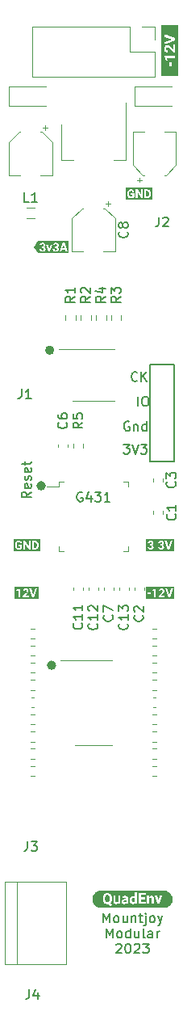
<source format=gbr>
%TF.GenerationSoftware,KiCad,Pcbnew,(6.0.11)*%
%TF.CreationDate,2023-03-30T15:00:59+01:00*%
%TF.ProjectId,QuadEnv_Components,51756164-456e-4765-9f43-6f6d706f6e65,rev?*%
%TF.SameCoordinates,Original*%
%TF.FileFunction,Legend,Top*%
%TF.FilePolarity,Positive*%
%FSLAX46Y46*%
G04 Gerber Fmt 4.6, Leading zero omitted, Abs format (unit mm)*
G04 Created by KiCad (PCBNEW (6.0.11)) date 2023-03-30 15:00:59*
%MOMM*%
%LPD*%
G01*
G04 APERTURE LIST*
%ADD10C,0.475000*%
%ADD11C,0.150000*%
%ADD12C,0.120000*%
G04 APERTURE END LIST*
D10*
X55037500Y-85200000D02*
G75*
G03*
X55037500Y-85200000I-237500J0D01*
G01*
X55237500Y-118200000D02*
G75*
G03*
X55237500Y-118200000I-237500J0D01*
G01*
X54137500Y-99400000D02*
G75*
G03*
X54137500Y-99400000I-237500J0D01*
G01*
D11*
X58233333Y-100100000D02*
X58138095Y-100052380D01*
X57995238Y-100052380D01*
X57852380Y-100100000D01*
X57757142Y-100195238D01*
X57709523Y-100290476D01*
X57661904Y-100480952D01*
X57661904Y-100623809D01*
X57709523Y-100814285D01*
X57757142Y-100909523D01*
X57852380Y-101004761D01*
X57995238Y-101052380D01*
X58090476Y-101052380D01*
X58233333Y-101004761D01*
X58280952Y-100957142D01*
X58280952Y-100623809D01*
X58090476Y-100623809D01*
X59138095Y-100385714D02*
X59138095Y-101052380D01*
X58900000Y-100004761D02*
X58661904Y-100719047D01*
X59280952Y-100719047D01*
X59566666Y-100052380D02*
X60185714Y-100052380D01*
X59852380Y-100433333D01*
X59995238Y-100433333D01*
X60090476Y-100480952D01*
X60138095Y-100528571D01*
X60185714Y-100623809D01*
X60185714Y-100861904D01*
X60138095Y-100957142D01*
X60090476Y-101004761D01*
X59995238Y-101052380D01*
X59709523Y-101052380D01*
X59614285Y-101004761D01*
X59566666Y-100957142D01*
X61138095Y-101052380D02*
X60566666Y-101052380D01*
X60852380Y-101052380D02*
X60852380Y-100052380D01*
X60757142Y-100195238D01*
X60661904Y-100290476D01*
X60566666Y-100338095D01*
X52666666Y-152152380D02*
X52666666Y-152866666D01*
X52619047Y-153009523D01*
X52523809Y-153104761D01*
X52380952Y-153152380D01*
X52285714Y-153152380D01*
X53571428Y-152485714D02*
X53571428Y-153152380D01*
X53333333Y-152104761D02*
X53095238Y-152819047D01*
X53714285Y-152819047D01*
X60452380Y-145142380D02*
X60452380Y-144142380D01*
X60785714Y-144856666D01*
X61119047Y-144142380D01*
X61119047Y-145142380D01*
X61738095Y-145142380D02*
X61642857Y-145094761D01*
X61595238Y-145047142D01*
X61547619Y-144951904D01*
X61547619Y-144666190D01*
X61595238Y-144570952D01*
X61642857Y-144523333D01*
X61738095Y-144475714D01*
X61880952Y-144475714D01*
X61976190Y-144523333D01*
X62023809Y-144570952D01*
X62071428Y-144666190D01*
X62071428Y-144951904D01*
X62023809Y-145047142D01*
X61976190Y-145094761D01*
X61880952Y-145142380D01*
X61738095Y-145142380D01*
X62928571Y-144475714D02*
X62928571Y-145142380D01*
X62500000Y-144475714D02*
X62500000Y-144999523D01*
X62547619Y-145094761D01*
X62642857Y-145142380D01*
X62785714Y-145142380D01*
X62880952Y-145094761D01*
X62928571Y-145047142D01*
X63404761Y-144475714D02*
X63404761Y-145142380D01*
X63404761Y-144570952D02*
X63452380Y-144523333D01*
X63547619Y-144475714D01*
X63690476Y-144475714D01*
X63785714Y-144523333D01*
X63833333Y-144618571D01*
X63833333Y-145142380D01*
X64166666Y-144475714D02*
X64547619Y-144475714D01*
X64309523Y-144142380D02*
X64309523Y-144999523D01*
X64357142Y-145094761D01*
X64452380Y-145142380D01*
X64547619Y-145142380D01*
X64880952Y-144475714D02*
X64880952Y-145332857D01*
X64833333Y-145428095D01*
X64738095Y-145475714D01*
X64690476Y-145475714D01*
X64880952Y-144142380D02*
X64833333Y-144190000D01*
X64880952Y-144237619D01*
X64928571Y-144190000D01*
X64880952Y-144142380D01*
X64880952Y-144237619D01*
X65500000Y-145142380D02*
X65404761Y-145094761D01*
X65357142Y-145047142D01*
X65309523Y-144951904D01*
X65309523Y-144666190D01*
X65357142Y-144570952D01*
X65404761Y-144523333D01*
X65500000Y-144475714D01*
X65642857Y-144475714D01*
X65738095Y-144523333D01*
X65785714Y-144570952D01*
X65833333Y-144666190D01*
X65833333Y-144951904D01*
X65785714Y-145047142D01*
X65738095Y-145094761D01*
X65642857Y-145142380D01*
X65500000Y-145142380D01*
X66166666Y-144475714D02*
X66404761Y-145142380D01*
X66642857Y-144475714D02*
X66404761Y-145142380D01*
X66309523Y-145380476D01*
X66261904Y-145428095D01*
X66166666Y-145475714D01*
X60785714Y-146752380D02*
X60785714Y-145752380D01*
X61119047Y-146466666D01*
X61452380Y-145752380D01*
X61452380Y-146752380D01*
X62071428Y-146752380D02*
X61976190Y-146704761D01*
X61928571Y-146657142D01*
X61880952Y-146561904D01*
X61880952Y-146276190D01*
X61928571Y-146180952D01*
X61976190Y-146133333D01*
X62071428Y-146085714D01*
X62214285Y-146085714D01*
X62309523Y-146133333D01*
X62357142Y-146180952D01*
X62404761Y-146276190D01*
X62404761Y-146561904D01*
X62357142Y-146657142D01*
X62309523Y-146704761D01*
X62214285Y-146752380D01*
X62071428Y-146752380D01*
X63261904Y-146752380D02*
X63261904Y-145752380D01*
X63261904Y-146704761D02*
X63166666Y-146752380D01*
X62976190Y-146752380D01*
X62880952Y-146704761D01*
X62833333Y-146657142D01*
X62785714Y-146561904D01*
X62785714Y-146276190D01*
X62833333Y-146180952D01*
X62880952Y-146133333D01*
X62976190Y-146085714D01*
X63166666Y-146085714D01*
X63261904Y-146133333D01*
X64166666Y-146085714D02*
X64166666Y-146752380D01*
X63738095Y-146085714D02*
X63738095Y-146609523D01*
X63785714Y-146704761D01*
X63880952Y-146752380D01*
X64023809Y-146752380D01*
X64119047Y-146704761D01*
X64166666Y-146657142D01*
X64785714Y-146752380D02*
X64690476Y-146704761D01*
X64642857Y-146609523D01*
X64642857Y-145752380D01*
X65595238Y-146752380D02*
X65595238Y-146228571D01*
X65547619Y-146133333D01*
X65452380Y-146085714D01*
X65261904Y-146085714D01*
X65166666Y-146133333D01*
X65595238Y-146704761D02*
X65500000Y-146752380D01*
X65261904Y-146752380D01*
X65166666Y-146704761D01*
X65119047Y-146609523D01*
X65119047Y-146514285D01*
X65166666Y-146419047D01*
X65261904Y-146371428D01*
X65500000Y-146371428D01*
X65595238Y-146323809D01*
X66071428Y-146752380D02*
X66071428Y-146085714D01*
X66071428Y-146276190D02*
X66119047Y-146180952D01*
X66166666Y-146133333D01*
X66261904Y-146085714D01*
X66357142Y-146085714D01*
X61785714Y-147457619D02*
X61833333Y-147410000D01*
X61928571Y-147362380D01*
X62166666Y-147362380D01*
X62261904Y-147410000D01*
X62309523Y-147457619D01*
X62357142Y-147552857D01*
X62357142Y-147648095D01*
X62309523Y-147790952D01*
X61738095Y-148362380D01*
X62357142Y-148362380D01*
X62976190Y-147362380D02*
X63071428Y-147362380D01*
X63166666Y-147410000D01*
X63214285Y-147457619D01*
X63261904Y-147552857D01*
X63309523Y-147743333D01*
X63309523Y-147981428D01*
X63261904Y-148171904D01*
X63214285Y-148267142D01*
X63166666Y-148314761D01*
X63071428Y-148362380D01*
X62976190Y-148362380D01*
X62880952Y-148314761D01*
X62833333Y-148267142D01*
X62785714Y-148171904D01*
X62738095Y-147981428D01*
X62738095Y-147743333D01*
X62785714Y-147552857D01*
X62833333Y-147457619D01*
X62880952Y-147410000D01*
X62976190Y-147362380D01*
X63690476Y-147457619D02*
X63738095Y-147410000D01*
X63833333Y-147362380D01*
X64071428Y-147362380D01*
X64166666Y-147410000D01*
X64214285Y-147457619D01*
X64261904Y-147552857D01*
X64261904Y-147648095D01*
X64214285Y-147790952D01*
X63642857Y-148362380D01*
X64261904Y-148362380D01*
X64595238Y-147362380D02*
X65214285Y-147362380D01*
X64880952Y-147743333D01*
X65023809Y-147743333D01*
X65119047Y-147790952D01*
X65166666Y-147838571D01*
X65214285Y-147933809D01*
X65214285Y-148171904D01*
X65166666Y-148267142D01*
X65119047Y-148314761D01*
X65023809Y-148362380D01*
X64738095Y-148362380D01*
X64642857Y-148314761D01*
X64595238Y-148267142D01*
X51866666Y-89252380D02*
X51866666Y-89966666D01*
X51819047Y-90109523D01*
X51723809Y-90204761D01*
X51580952Y-90252380D01*
X51485714Y-90252380D01*
X52866666Y-90252380D02*
X52295238Y-90252380D01*
X52580952Y-90252380D02*
X52580952Y-89252380D01*
X52485714Y-89395238D01*
X52390476Y-89490476D01*
X52295238Y-89538095D01*
X52466666Y-136652380D02*
X52466666Y-137366666D01*
X52419047Y-137509523D01*
X52323809Y-137604761D01*
X52180952Y-137652380D01*
X52085714Y-137652380D01*
X52847619Y-136652380D02*
X53466666Y-136652380D01*
X53133333Y-137033333D01*
X53276190Y-137033333D01*
X53371428Y-137080952D01*
X53419047Y-137128571D01*
X53466666Y-137223809D01*
X53466666Y-137461904D01*
X53419047Y-137557142D01*
X53371428Y-137604761D01*
X53276190Y-137652380D01*
X52990476Y-137652380D01*
X52895238Y-137604761D01*
X52847619Y-137557142D01*
X66266666Y-71252380D02*
X66266666Y-71966666D01*
X66219047Y-72109523D01*
X66123809Y-72204761D01*
X65980952Y-72252380D01*
X65885714Y-72252380D01*
X66695238Y-71347619D02*
X66742857Y-71300000D01*
X66838095Y-71252380D01*
X67076190Y-71252380D01*
X67171428Y-71300000D01*
X67219047Y-71347619D01*
X67266666Y-71442857D01*
X67266666Y-71538095D01*
X67219047Y-71680952D01*
X66647619Y-72252380D01*
X67266666Y-72252380D01*
%TO.C,TP6*%
X52852380Y-100038095D02*
X52376190Y-100371428D01*
X52852380Y-100609523D02*
X51852380Y-100609523D01*
X51852380Y-100228571D01*
X51900000Y-100133333D01*
X51947619Y-100085714D01*
X52042857Y-100038095D01*
X52185714Y-100038095D01*
X52280952Y-100085714D01*
X52328571Y-100133333D01*
X52376190Y-100228571D01*
X52376190Y-100609523D01*
X52804761Y-99228571D02*
X52852380Y-99323809D01*
X52852380Y-99514285D01*
X52804761Y-99609523D01*
X52709523Y-99657142D01*
X52328571Y-99657142D01*
X52233333Y-99609523D01*
X52185714Y-99514285D01*
X52185714Y-99323809D01*
X52233333Y-99228571D01*
X52328571Y-99180952D01*
X52423809Y-99180952D01*
X52519047Y-99657142D01*
X52804761Y-98800000D02*
X52852380Y-98704761D01*
X52852380Y-98514285D01*
X52804761Y-98419047D01*
X52709523Y-98371428D01*
X52661904Y-98371428D01*
X52566666Y-98419047D01*
X52519047Y-98514285D01*
X52519047Y-98657142D01*
X52471428Y-98752380D01*
X52376190Y-98800000D01*
X52328571Y-98800000D01*
X52233333Y-98752380D01*
X52185714Y-98657142D01*
X52185714Y-98514285D01*
X52233333Y-98419047D01*
X52804761Y-97561904D02*
X52852380Y-97657142D01*
X52852380Y-97847619D01*
X52804761Y-97942857D01*
X52709523Y-97990476D01*
X52328571Y-97990476D01*
X52233333Y-97942857D01*
X52185714Y-97847619D01*
X52185714Y-97657142D01*
X52233333Y-97561904D01*
X52328571Y-97514285D01*
X52423809Y-97514285D01*
X52519047Y-97990476D01*
X52185714Y-97228571D02*
X52185714Y-96847619D01*
X51852380Y-97085714D02*
X52709523Y-97085714D01*
X52804761Y-97038095D01*
X52852380Y-96942857D01*
X52852380Y-96847619D01*
%TO.C,R3*%
X62252380Y-79566666D02*
X61776190Y-79900000D01*
X62252380Y-80138095D02*
X61252380Y-80138095D01*
X61252380Y-79757142D01*
X61300000Y-79661904D01*
X61347619Y-79614285D01*
X61442857Y-79566666D01*
X61585714Y-79566666D01*
X61680952Y-79614285D01*
X61728571Y-79661904D01*
X61776190Y-79757142D01*
X61776190Y-80138095D01*
X61252380Y-79233333D02*
X61252380Y-78614285D01*
X61633333Y-78947619D01*
X61633333Y-78804761D01*
X61680952Y-78709523D01*
X61728571Y-78661904D01*
X61823809Y-78614285D01*
X62061904Y-78614285D01*
X62157142Y-78661904D01*
X62204761Y-78709523D01*
X62252380Y-78804761D01*
X62252380Y-79090476D01*
X62204761Y-79185714D01*
X62157142Y-79233333D01*
%TO.C,C11*%
X58157142Y-113792857D02*
X58204761Y-113840476D01*
X58252380Y-113983333D01*
X58252380Y-114078571D01*
X58204761Y-114221428D01*
X58109523Y-114316666D01*
X58014285Y-114364285D01*
X57823809Y-114411904D01*
X57680952Y-114411904D01*
X57490476Y-114364285D01*
X57395238Y-114316666D01*
X57300000Y-114221428D01*
X57252380Y-114078571D01*
X57252380Y-113983333D01*
X57300000Y-113840476D01*
X57347619Y-113792857D01*
X58252380Y-112840476D02*
X58252380Y-113411904D01*
X58252380Y-113126190D02*
X57252380Y-113126190D01*
X57395238Y-113221428D01*
X57490476Y-113316666D01*
X57538095Y-113411904D01*
X58252380Y-111888095D02*
X58252380Y-112459523D01*
X58252380Y-112173809D02*
X57252380Y-112173809D01*
X57395238Y-112269047D01*
X57490476Y-112364285D01*
X57538095Y-112459523D01*
%TO.C,C7*%
X61357142Y-112966666D02*
X61404761Y-113014285D01*
X61452380Y-113157142D01*
X61452380Y-113252380D01*
X61404761Y-113395238D01*
X61309523Y-113490476D01*
X61214285Y-113538095D01*
X61023809Y-113585714D01*
X60880952Y-113585714D01*
X60690476Y-113538095D01*
X60595238Y-113490476D01*
X60500000Y-113395238D01*
X60452380Y-113252380D01*
X60452380Y-113157142D01*
X60500000Y-113014285D01*
X60547619Y-112966666D01*
X60452380Y-112633333D02*
X60452380Y-111966666D01*
X61452380Y-112395238D01*
%TO.C,R4*%
X60652380Y-79566666D02*
X60176190Y-79900000D01*
X60652380Y-80138095D02*
X59652380Y-80138095D01*
X59652380Y-79757142D01*
X59700000Y-79661904D01*
X59747619Y-79614285D01*
X59842857Y-79566666D01*
X59985714Y-79566666D01*
X60080952Y-79614285D01*
X60128571Y-79661904D01*
X60176190Y-79757142D01*
X60176190Y-80138095D01*
X59985714Y-78709523D02*
X60652380Y-78709523D01*
X59604761Y-78947619D02*
X60319047Y-79185714D01*
X60319047Y-78566666D01*
%TO.C,L1*%
X52633333Y-69652380D02*
X52157142Y-69652380D01*
X52157142Y-68652380D01*
X53490476Y-69652380D02*
X52919047Y-69652380D01*
X53204761Y-69652380D02*
X53204761Y-68652380D01*
X53109523Y-68795238D01*
X53014285Y-68890476D01*
X52919047Y-68938095D01*
%TO.C,C8*%
X62957142Y-72766666D02*
X63004761Y-72814285D01*
X63052380Y-72957142D01*
X63052380Y-73052380D01*
X63004761Y-73195238D01*
X62909523Y-73290476D01*
X62814285Y-73338095D01*
X62623809Y-73385714D01*
X62480952Y-73385714D01*
X62290476Y-73338095D01*
X62195238Y-73290476D01*
X62100000Y-73195238D01*
X62052380Y-73052380D01*
X62052380Y-72957142D01*
X62100000Y-72814285D01*
X62147619Y-72766666D01*
X62480952Y-72195238D02*
X62433333Y-72290476D01*
X62385714Y-72338095D01*
X62290476Y-72385714D01*
X62242857Y-72385714D01*
X62147619Y-72338095D01*
X62100000Y-72290476D01*
X62052380Y-72195238D01*
X62052380Y-72004761D01*
X62100000Y-71909523D01*
X62147619Y-71861904D01*
X62242857Y-71814285D01*
X62290476Y-71814285D01*
X62385714Y-71861904D01*
X62433333Y-71909523D01*
X62480952Y-72004761D01*
X62480952Y-72195238D01*
X62528571Y-72290476D01*
X62576190Y-72338095D01*
X62671428Y-72385714D01*
X62861904Y-72385714D01*
X62957142Y-72338095D01*
X63004761Y-72290476D01*
X63052380Y-72195238D01*
X63052380Y-72004761D01*
X63004761Y-71909523D01*
X62957142Y-71861904D01*
X62861904Y-71814285D01*
X62671428Y-71814285D01*
X62576190Y-71861904D01*
X62528571Y-71909523D01*
X62480952Y-72004761D01*
%TO.C,R5*%
X58252380Y-92766666D02*
X57776190Y-93100000D01*
X58252380Y-93338095D02*
X57252380Y-93338095D01*
X57252380Y-92957142D01*
X57300000Y-92861904D01*
X57347619Y-92814285D01*
X57442857Y-92766666D01*
X57585714Y-92766666D01*
X57680952Y-92814285D01*
X57728571Y-92861904D01*
X57776190Y-92957142D01*
X57776190Y-93338095D01*
X57252380Y-91861904D02*
X57252380Y-92338095D01*
X57728571Y-92385714D01*
X57680952Y-92338095D01*
X57633333Y-92242857D01*
X57633333Y-92004761D01*
X57680952Y-91909523D01*
X57728571Y-91861904D01*
X57823809Y-91814285D01*
X58061904Y-91814285D01*
X58157142Y-91861904D01*
X58204761Y-91909523D01*
X58252380Y-92004761D01*
X58252380Y-92242857D01*
X58204761Y-92338095D01*
X58157142Y-92385714D01*
%TO.C,C3*%
X67957142Y-98966666D02*
X68004761Y-99014285D01*
X68052380Y-99157142D01*
X68052380Y-99252380D01*
X68004761Y-99395238D01*
X67909523Y-99490476D01*
X67814285Y-99538095D01*
X67623809Y-99585714D01*
X67480952Y-99585714D01*
X67290476Y-99538095D01*
X67195238Y-99490476D01*
X67100000Y-99395238D01*
X67052380Y-99252380D01*
X67052380Y-99157142D01*
X67100000Y-99014285D01*
X67147619Y-98966666D01*
X67052380Y-98633333D02*
X67052380Y-98014285D01*
X67433333Y-98347619D01*
X67433333Y-98204761D01*
X67480952Y-98109523D01*
X67528571Y-98061904D01*
X67623809Y-98014285D01*
X67861904Y-98014285D01*
X67957142Y-98061904D01*
X68004761Y-98109523D01*
X68052380Y-98204761D01*
X68052380Y-98490476D01*
X68004761Y-98585714D01*
X67957142Y-98633333D01*
%TO.C,C12*%
X59757142Y-113842857D02*
X59804761Y-113890476D01*
X59852380Y-114033333D01*
X59852380Y-114128571D01*
X59804761Y-114271428D01*
X59709523Y-114366666D01*
X59614285Y-114414285D01*
X59423809Y-114461904D01*
X59280952Y-114461904D01*
X59090476Y-114414285D01*
X58995238Y-114366666D01*
X58900000Y-114271428D01*
X58852380Y-114128571D01*
X58852380Y-114033333D01*
X58900000Y-113890476D01*
X58947619Y-113842857D01*
X59852380Y-112890476D02*
X59852380Y-113461904D01*
X59852380Y-113176190D02*
X58852380Y-113176190D01*
X58995238Y-113271428D01*
X59090476Y-113366666D01*
X59138095Y-113461904D01*
X58947619Y-112509523D02*
X58900000Y-112461904D01*
X58852380Y-112366666D01*
X58852380Y-112128571D01*
X58900000Y-112033333D01*
X58947619Y-111985714D01*
X59042857Y-111938095D01*
X59138095Y-111938095D01*
X59280952Y-111985714D01*
X59852380Y-112557142D01*
X59852380Y-111938095D01*
%TO.C,C1*%
X67987142Y-102366666D02*
X68034761Y-102414285D01*
X68082380Y-102557142D01*
X68082380Y-102652380D01*
X68034761Y-102795238D01*
X67939523Y-102890476D01*
X67844285Y-102938095D01*
X67653809Y-102985714D01*
X67510952Y-102985714D01*
X67320476Y-102938095D01*
X67225238Y-102890476D01*
X67130000Y-102795238D01*
X67082380Y-102652380D01*
X67082380Y-102557142D01*
X67130000Y-102414285D01*
X67177619Y-102366666D01*
X68082380Y-101414285D02*
X68082380Y-101985714D01*
X68082380Y-101700000D02*
X67082380Y-101700000D01*
X67225238Y-101795238D01*
X67320476Y-101890476D01*
X67368095Y-101985714D01*
%TO.C,R1*%
X57452380Y-79566666D02*
X56976190Y-79900000D01*
X57452380Y-80138095D02*
X56452380Y-80138095D01*
X56452380Y-79757142D01*
X56500000Y-79661904D01*
X56547619Y-79614285D01*
X56642857Y-79566666D01*
X56785714Y-79566666D01*
X56880952Y-79614285D01*
X56928571Y-79661904D01*
X56976190Y-79757142D01*
X56976190Y-80138095D01*
X57452380Y-78614285D02*
X57452380Y-79185714D01*
X57452380Y-78900000D02*
X56452380Y-78900000D01*
X56595238Y-78995238D01*
X56690476Y-79090476D01*
X56738095Y-79185714D01*
%TO.C,C6*%
X56557142Y-92766666D02*
X56604761Y-92814285D01*
X56652380Y-92957142D01*
X56652380Y-93052380D01*
X56604761Y-93195238D01*
X56509523Y-93290476D01*
X56414285Y-93338095D01*
X56223809Y-93385714D01*
X56080952Y-93385714D01*
X55890476Y-93338095D01*
X55795238Y-93290476D01*
X55700000Y-93195238D01*
X55652380Y-93052380D01*
X55652380Y-92957142D01*
X55700000Y-92814285D01*
X55747619Y-92766666D01*
X55652380Y-91909523D02*
X55652380Y-92100000D01*
X55700000Y-92195238D01*
X55747619Y-92242857D01*
X55890476Y-92338095D01*
X56080952Y-92385714D01*
X56461904Y-92385714D01*
X56557142Y-92338095D01*
X56604761Y-92290476D01*
X56652380Y-92195238D01*
X56652380Y-92004761D01*
X56604761Y-91909523D01*
X56557142Y-91861904D01*
X56461904Y-91814285D01*
X56223809Y-91814285D01*
X56128571Y-91861904D01*
X56080952Y-91909523D01*
X56033333Y-92004761D01*
X56033333Y-92195238D01*
X56080952Y-92290476D01*
X56128571Y-92338095D01*
X56223809Y-92385714D01*
%TO.C,C2*%
X64557142Y-112966666D02*
X64604761Y-113014285D01*
X64652380Y-113157142D01*
X64652380Y-113252380D01*
X64604761Y-113395238D01*
X64509523Y-113490476D01*
X64414285Y-113538095D01*
X64223809Y-113585714D01*
X64080952Y-113585714D01*
X63890476Y-113538095D01*
X63795238Y-113490476D01*
X63700000Y-113395238D01*
X63652380Y-113252380D01*
X63652380Y-113157142D01*
X63700000Y-113014285D01*
X63747619Y-112966666D01*
X63747619Y-112585714D02*
X63700000Y-112538095D01*
X63652380Y-112442857D01*
X63652380Y-112204761D01*
X63700000Y-112109523D01*
X63747619Y-112061904D01*
X63842857Y-112014285D01*
X63938095Y-112014285D01*
X64080952Y-112061904D01*
X64652380Y-112633333D01*
X64652380Y-112014285D01*
%TO.C,J5*%
X63157142Y-92700000D02*
X63061904Y-92652380D01*
X62919047Y-92652380D01*
X62776190Y-92700000D01*
X62680952Y-92795238D01*
X62633333Y-92890476D01*
X62585714Y-93080952D01*
X62585714Y-93223809D01*
X62633333Y-93414285D01*
X62680952Y-93509523D01*
X62776190Y-93604761D01*
X62919047Y-93652380D01*
X63014285Y-93652380D01*
X63157142Y-93604761D01*
X63204761Y-93557142D01*
X63204761Y-93223809D01*
X63014285Y-93223809D01*
X63633333Y-92985714D02*
X63633333Y-93652380D01*
X63633333Y-93080952D02*
X63680952Y-93033333D01*
X63776190Y-92985714D01*
X63919047Y-92985714D01*
X64014285Y-93033333D01*
X64061904Y-93128571D01*
X64061904Y-93652380D01*
X64966666Y-93652380D02*
X64966666Y-92652380D01*
X64966666Y-93604761D02*
X64871428Y-93652380D01*
X64680952Y-93652380D01*
X64585714Y-93604761D01*
X64538095Y-93557142D01*
X64490476Y-93461904D01*
X64490476Y-93176190D01*
X64538095Y-93080952D01*
X64585714Y-93033333D01*
X64680952Y-92985714D01*
X64871428Y-92985714D01*
X64966666Y-93033333D01*
X64009523Y-88357142D02*
X63961904Y-88404761D01*
X63819047Y-88452380D01*
X63723809Y-88452380D01*
X63580952Y-88404761D01*
X63485714Y-88309523D01*
X63438095Y-88214285D01*
X63390476Y-88023809D01*
X63390476Y-87880952D01*
X63438095Y-87690476D01*
X63485714Y-87595238D01*
X63580952Y-87500000D01*
X63723809Y-87452380D01*
X63819047Y-87452380D01*
X63961904Y-87500000D01*
X64009523Y-87547619D01*
X64438095Y-88452380D02*
X64438095Y-87452380D01*
X65009523Y-88452380D02*
X64580952Y-87880952D01*
X65009523Y-87452380D02*
X64438095Y-88023809D01*
X64076190Y-91052380D02*
X64076190Y-90052380D01*
X64742857Y-90052380D02*
X64933333Y-90052380D01*
X65028571Y-90100000D01*
X65123809Y-90195238D01*
X65171428Y-90385714D01*
X65171428Y-90719047D01*
X65123809Y-90909523D01*
X65028571Y-91004761D01*
X64933333Y-91052380D01*
X64742857Y-91052380D01*
X64647619Y-91004761D01*
X64552380Y-90909523D01*
X64504761Y-90719047D01*
X64504761Y-90385714D01*
X64552380Y-90195238D01*
X64647619Y-90100000D01*
X64742857Y-90052380D01*
X62561904Y-95052380D02*
X63180952Y-95052380D01*
X62847619Y-95433333D01*
X62990476Y-95433333D01*
X63085714Y-95480952D01*
X63133333Y-95528571D01*
X63180952Y-95623809D01*
X63180952Y-95861904D01*
X63133333Y-95957142D01*
X63085714Y-96004761D01*
X62990476Y-96052380D01*
X62704761Y-96052380D01*
X62609523Y-96004761D01*
X62561904Y-95957142D01*
X63466666Y-95052380D02*
X63800000Y-96052380D01*
X64133333Y-95052380D01*
X64371428Y-95052380D02*
X64990476Y-95052380D01*
X64657142Y-95433333D01*
X64800000Y-95433333D01*
X64895238Y-95480952D01*
X64942857Y-95528571D01*
X64990476Y-95623809D01*
X64990476Y-95861904D01*
X64942857Y-95957142D01*
X64895238Y-96004761D01*
X64800000Y-96052380D01*
X64514285Y-96052380D01*
X64419047Y-96004761D01*
X64371428Y-95957142D01*
%TO.C,R2*%
X59052380Y-79566666D02*
X58576190Y-79900000D01*
X59052380Y-80138095D02*
X58052380Y-80138095D01*
X58052380Y-79757142D01*
X58100000Y-79661904D01*
X58147619Y-79614285D01*
X58242857Y-79566666D01*
X58385714Y-79566666D01*
X58480952Y-79614285D01*
X58528571Y-79661904D01*
X58576190Y-79757142D01*
X58576190Y-80138095D01*
X58147619Y-79185714D02*
X58100000Y-79138095D01*
X58052380Y-79042857D01*
X58052380Y-78804761D01*
X58100000Y-78709523D01*
X58147619Y-78661904D01*
X58242857Y-78614285D01*
X58338095Y-78614285D01*
X58480952Y-78661904D01*
X59052380Y-79233333D01*
X59052380Y-78614285D01*
%TO.C,C13*%
X62957142Y-113842857D02*
X63004761Y-113890476D01*
X63052380Y-114033333D01*
X63052380Y-114128571D01*
X63004761Y-114271428D01*
X62909523Y-114366666D01*
X62814285Y-114414285D01*
X62623809Y-114461904D01*
X62480952Y-114461904D01*
X62290476Y-114414285D01*
X62195238Y-114366666D01*
X62100000Y-114271428D01*
X62052380Y-114128571D01*
X62052380Y-114033333D01*
X62100000Y-113890476D01*
X62147619Y-113842857D01*
X63052380Y-112890476D02*
X63052380Y-113461904D01*
X63052380Y-113176190D02*
X62052380Y-113176190D01*
X62195238Y-113271428D01*
X62290476Y-113366666D01*
X62338095Y-113461904D01*
X62052380Y-112557142D02*
X62052380Y-111938095D01*
X62433333Y-112271428D01*
X62433333Y-112128571D01*
X62480952Y-112033333D01*
X62528571Y-111985714D01*
X62623809Y-111938095D01*
X62861904Y-111938095D01*
X62957142Y-111985714D01*
X63004761Y-112033333D01*
X63052380Y-112128571D01*
X63052380Y-112414285D01*
X63004761Y-112509523D01*
X62957142Y-112557142D01*
D12*
%TO.C,R22*%
X65562742Y-127992500D02*
X66037258Y-127992500D01*
X65562742Y-126947500D02*
X66037258Y-126947500D01*
%TO.C,C4*%
X50540000Y-66860000D02*
X51740000Y-66860000D01*
X50540000Y-63404437D02*
X50540000Y-66860000D01*
X54360000Y-61600000D02*
X54360000Y-62100000D01*
X53995563Y-62340000D02*
X53860000Y-62340000D01*
X51604437Y-62340000D02*
X51740000Y-62340000D01*
X55060000Y-63404437D02*
X55060000Y-66860000D01*
X51604437Y-62340000D02*
X50540000Y-63404437D01*
X54610000Y-61850000D02*
X54110000Y-61850000D01*
X55060000Y-66860000D02*
X53860000Y-66860000D01*
X53995563Y-62340000D02*
X55060000Y-63404437D01*
%TO.C,C5*%
X66995563Y-66860000D02*
X68060000Y-65795563D01*
X63540000Y-62340000D02*
X64740000Y-62340000D01*
X68060000Y-62340000D02*
X66860000Y-62340000D01*
X64604437Y-66860000D02*
X64740000Y-66860000D01*
X64604437Y-66860000D02*
X63540000Y-65795563D01*
X64240000Y-67600000D02*
X64240000Y-67100000D01*
X66995563Y-66860000D02*
X66860000Y-66860000D01*
X63990000Y-67350000D02*
X64490000Y-67350000D01*
X63540000Y-65795563D02*
X63540000Y-62340000D01*
X68060000Y-65795563D02*
X68060000Y-62340000D01*
%TO.C,R3*%
X62322500Y-82037258D02*
X62322500Y-81562742D01*
X61277500Y-82037258D02*
X61277500Y-81562742D01*
%TO.C,C11*%
X58310000Y-110340580D02*
X58310000Y-110059420D01*
X57290000Y-110340580D02*
X57290000Y-110059420D01*
%TO.C,R16*%
X65562742Y-117947500D02*
X66037258Y-117947500D01*
X65562742Y-118992500D02*
X66037258Y-118992500D01*
%TO.C,C7*%
X60490000Y-110059420D02*
X60490000Y-110340580D01*
X61510000Y-110059420D02*
X61510000Y-110340580D01*
%TO.C,U4*%
X59400000Y-117665000D02*
X61350000Y-117665000D01*
X59400000Y-126535000D02*
X61350000Y-126535000D01*
X59400000Y-126535000D02*
X57450000Y-126535000D01*
X59400000Y-117665000D02*
X55950000Y-117665000D01*
%TO.C,R4*%
X60722500Y-82037258D02*
X60722500Y-81562742D01*
X59677500Y-82037258D02*
X59677500Y-81562742D01*
%TO.C,R9*%
X53237258Y-120792500D02*
X52762742Y-120792500D01*
X53237258Y-119747500D02*
X52762742Y-119747500D01*
%TO.C,kibuzzard-6409FE57*%
G36*
X51004116Y-104977402D02*
G01*
X53795884Y-104977402D01*
X53795884Y-106222598D01*
X51004116Y-106222598D01*
X51004116Y-105635347D01*
X51162866Y-105635347D01*
X51168895Y-105719200D01*
X51185328Y-105795475D01*
X51212166Y-105864170D01*
X51270302Y-105949979D01*
X51348591Y-106012688D01*
X51410706Y-106041110D01*
X51479229Y-106058163D01*
X51554160Y-106063848D01*
X51660820Y-106055554D01*
X51676795Y-106051445D01*
X52050254Y-106051445D01*
X52236289Y-106051445D01*
X52236289Y-105457373D01*
X52598438Y-106051445D01*
X52784473Y-106051445D01*
X52946943Y-106051445D01*
X53226616Y-106051445D01*
X53302891Y-106045106D01*
X53373791Y-106026916D01*
X53439316Y-105996875D01*
X53497435Y-105956016D01*
X53546114Y-105905373D01*
X53585354Y-105844946D01*
X53614121Y-105776527D01*
X53631380Y-105701906D01*
X53637134Y-105621084D01*
X53637134Y-105579536D01*
X53631277Y-105498611D01*
X53613707Y-105423680D01*
X53584424Y-105354744D01*
X53544702Y-105293834D01*
X53495816Y-105242985D01*
X53437766Y-105202195D01*
X53372344Y-105172395D01*
X53301340Y-105154515D01*
X53224756Y-105148555D01*
X52946943Y-105148555D01*
X52946943Y-106051445D01*
X52784473Y-106051445D01*
X52784473Y-105148555D01*
X52599058Y-105148555D01*
X52599058Y-105743867D01*
X52236289Y-105148555D01*
X52050254Y-105148555D01*
X52050254Y-106051445D01*
X51676795Y-106051445D01*
X51757559Y-106030671D01*
X51838949Y-105990751D01*
X51899565Y-105937344D01*
X51899565Y-105577056D01*
X51544238Y-105577056D01*
X51544238Y-105714102D01*
X51713530Y-105714102D01*
X51713530Y-105869751D01*
X51653844Y-105903237D01*
X51564082Y-105914399D01*
X51472460Y-105896261D01*
X51405952Y-105841846D01*
X51375980Y-105785760D01*
X51357996Y-105714239D01*
X51352002Y-105627285D01*
X51352002Y-105569614D01*
X51357859Y-105483487D01*
X51374602Y-105412794D01*
X51402231Y-105357534D01*
X51463158Y-105304049D01*
X51546719Y-105286221D01*
X51613149Y-105295212D01*
X51663611Y-105322187D01*
X51698570Y-105368541D01*
X51718491Y-105435669D01*
X51899565Y-105435669D01*
X51880204Y-105345855D01*
X51844444Y-105271545D01*
X51792285Y-105212737D01*
X51724141Y-105170190D01*
X51640425Y-105144662D01*
X51541138Y-105136152D01*
X51467516Y-105141975D01*
X51400440Y-105159441D01*
X51339910Y-105188552D01*
X51264100Y-105252579D01*
X51208445Y-105339861D01*
X51183123Y-105409831D01*
X51167931Y-105487862D01*
X51162866Y-105573955D01*
X51162866Y-105635347D01*
X51004116Y-105635347D01*
X51004116Y-104977402D01*
G37*
G36*
X53321339Y-105316994D02*
G01*
X53391567Y-105370247D01*
X53423262Y-105424989D01*
X53442279Y-105494546D01*
X53448618Y-105578916D01*
X53448618Y-105626665D01*
X53441521Y-105708314D01*
X53421884Y-105776320D01*
X53389707Y-105830684D01*
X53319169Y-105884169D01*
X53222896Y-105901997D01*
X53132979Y-105901997D01*
X53132979Y-105299243D01*
X53224756Y-105299243D01*
X53321339Y-105316994D01*
G37*
%TO.C,L1*%
X53210242Y-71360000D02*
X52389758Y-71360000D01*
X53210242Y-70240000D02*
X52389758Y-70240000D01*
%TO.C,C8*%
X58204437Y-70340000D02*
X58340000Y-70340000D01*
X61660000Y-74860000D02*
X60460000Y-74860000D01*
X57140000Y-74860000D02*
X58340000Y-74860000D01*
X57140000Y-71404437D02*
X57140000Y-74860000D01*
X58204437Y-70340000D02*
X57140000Y-71404437D01*
X61210000Y-69850000D02*
X60710000Y-69850000D01*
X61660000Y-71404437D02*
X61660000Y-74860000D01*
X60595563Y-70340000D02*
X60460000Y-70340000D01*
X60595563Y-70340000D02*
X61660000Y-71404437D01*
X60960000Y-69600000D02*
X60960000Y-70100000D01*
%TO.C,R17*%
X53237258Y-117192500D02*
X52762742Y-117192500D01*
X53237258Y-116147500D02*
X52762742Y-116147500D01*
%TO.C,R5*%
X57277500Y-94962742D02*
X57277500Y-95437258D01*
X58322500Y-94962742D02*
X58322500Y-95437258D01*
%TO.C,C3*%
X65690000Y-98940580D02*
X65690000Y-98659420D01*
X66710000Y-98940580D02*
X66710000Y-98659420D01*
%TO.C,R24*%
X65562742Y-115392500D02*
X66037258Y-115392500D01*
X65562742Y-114347500D02*
X66037258Y-114347500D01*
%TO.C,R11*%
X65562742Y-124392500D02*
X66037258Y-124392500D01*
X65562742Y-123347500D02*
X66037258Y-123347500D01*
%TO.C,C12*%
X59910000Y-110340580D02*
X59910000Y-110059420D01*
X58890000Y-110340580D02*
X58890000Y-110059420D01*
%TO.C,D1*%
X50550000Y-57600000D02*
X54450000Y-57600000D01*
X50550000Y-57600000D02*
X50550000Y-59600000D01*
X50550000Y-59600000D02*
X54450000Y-59600000D01*
%TO.C,R12*%
X65562742Y-119747500D02*
X66037258Y-119747500D01*
X65562742Y-120792500D02*
X66037258Y-120792500D01*
%TO.C,D2*%
X63750000Y-59600000D02*
X67650000Y-59600000D01*
X63750000Y-57600000D02*
X63750000Y-59600000D01*
X63750000Y-57600000D02*
X67650000Y-57600000D01*
%TO.C,kibuzzard-6409FE57*%
G36*
X62804116Y-68177402D02*
G01*
X65595884Y-68177402D01*
X65595884Y-69422598D01*
X62804116Y-69422598D01*
X62804116Y-68835347D01*
X62962866Y-68835347D01*
X62968895Y-68919200D01*
X62985328Y-68995475D01*
X63012166Y-69064170D01*
X63070302Y-69149979D01*
X63148591Y-69212688D01*
X63210706Y-69241110D01*
X63279229Y-69258163D01*
X63354160Y-69263848D01*
X63460820Y-69255554D01*
X63476795Y-69251445D01*
X63850254Y-69251445D01*
X64036289Y-69251445D01*
X64036289Y-68657373D01*
X64398438Y-69251445D01*
X64584473Y-69251445D01*
X64746943Y-69251445D01*
X65026616Y-69251445D01*
X65102891Y-69245106D01*
X65173791Y-69226916D01*
X65239316Y-69196875D01*
X65297435Y-69156016D01*
X65346114Y-69105373D01*
X65385354Y-69044946D01*
X65414121Y-68976527D01*
X65431380Y-68901906D01*
X65437134Y-68821084D01*
X65437134Y-68779536D01*
X65431277Y-68698611D01*
X65413707Y-68623680D01*
X65384424Y-68554744D01*
X65344702Y-68493834D01*
X65295816Y-68442985D01*
X65237766Y-68402195D01*
X65172344Y-68372395D01*
X65101340Y-68354515D01*
X65024756Y-68348555D01*
X64746943Y-68348555D01*
X64746943Y-69251445D01*
X64584473Y-69251445D01*
X64584473Y-68348555D01*
X64399058Y-68348555D01*
X64399058Y-68943867D01*
X64036289Y-68348555D01*
X63850254Y-68348555D01*
X63850254Y-69251445D01*
X63476795Y-69251445D01*
X63557559Y-69230671D01*
X63638949Y-69190751D01*
X63699565Y-69137344D01*
X63699565Y-68777056D01*
X63344238Y-68777056D01*
X63344238Y-68914102D01*
X63513530Y-68914102D01*
X63513530Y-69069751D01*
X63453844Y-69103237D01*
X63364082Y-69114399D01*
X63272460Y-69096261D01*
X63205952Y-69041846D01*
X63175980Y-68985760D01*
X63157996Y-68914239D01*
X63152002Y-68827285D01*
X63152002Y-68769614D01*
X63157859Y-68683487D01*
X63174602Y-68612794D01*
X63202231Y-68557534D01*
X63263158Y-68504049D01*
X63346719Y-68486221D01*
X63413149Y-68495212D01*
X63463611Y-68522187D01*
X63498570Y-68568541D01*
X63518491Y-68635669D01*
X63699565Y-68635669D01*
X63680204Y-68545855D01*
X63644444Y-68471545D01*
X63592285Y-68412737D01*
X63524141Y-68370190D01*
X63440425Y-68344662D01*
X63341138Y-68336152D01*
X63267516Y-68341975D01*
X63200440Y-68359441D01*
X63139910Y-68388552D01*
X63064100Y-68452579D01*
X63008445Y-68539861D01*
X62983123Y-68609831D01*
X62967931Y-68687862D01*
X62962866Y-68773955D01*
X62962866Y-68835347D01*
X62804116Y-68835347D01*
X62804116Y-68177402D01*
G37*
G36*
X65121339Y-68516994D02*
G01*
X65191567Y-68570247D01*
X65223262Y-68624989D01*
X65242279Y-68694546D01*
X65248618Y-68778916D01*
X65248618Y-68826665D01*
X65241521Y-68908314D01*
X65221884Y-68976320D01*
X65189707Y-69030684D01*
X65119169Y-69084169D01*
X65022896Y-69101997D01*
X64932979Y-69101997D01*
X64932979Y-68499243D01*
X65024756Y-68499243D01*
X65121339Y-68516994D01*
G37*
%TO.C,kibuzzard-6409FE16*%
G36*
X64887534Y-109983604D02*
G01*
X67912466Y-109983604D01*
X67912466Y-111216396D01*
X64887534Y-111216396D01*
X64887534Y-110743247D01*
X65046284Y-110743247D01*
X65395410Y-110743247D01*
X65395410Y-110598760D01*
X65046284Y-110598760D01*
X65046284Y-110743247D01*
X64887534Y-110743247D01*
X64887534Y-110433188D01*
X65574004Y-110433188D01*
X65787944Y-110366836D01*
X65787944Y-111057646D01*
X65967158Y-111057646D01*
X65967158Y-110438770D01*
X66242490Y-110438770D01*
X66422324Y-110438770D01*
X66431083Y-110377145D01*
X66457361Y-110328699D01*
X66498831Y-110297305D01*
X66553169Y-110286841D01*
X66639985Y-110321257D01*
X66662775Y-110362108D01*
X66670371Y-110415825D01*
X66641536Y-110508843D01*
X66604871Y-110562018D01*
X66552549Y-110623564D01*
X66260474Y-110934863D01*
X66260474Y-111057646D01*
X66879351Y-111057646D01*
X66879351Y-110913159D01*
X66491157Y-110913159D01*
X66696416Y-110696738D01*
X66768350Y-110610077D01*
X66815479Y-110534888D01*
X66841523Y-110466055D01*
X66850205Y-110398462D01*
X66841627Y-110323152D01*
X66815892Y-110260107D01*
X66773000Y-110209326D01*
X66714606Y-110172119D01*
X66658417Y-110154756D01*
X66932061Y-110154756D01*
X67245220Y-111057646D01*
X67439316Y-111057646D01*
X67753716Y-110154756D01*
X67546597Y-110154756D01*
X67341958Y-110833784D01*
X67138560Y-110154756D01*
X66932061Y-110154756D01*
X66658417Y-110154756D01*
X66642362Y-110149795D01*
X66556270Y-110142354D01*
X66469918Y-110152043D01*
X66393179Y-110181111D01*
X66329384Y-110227232D01*
X66281868Y-110288081D01*
X66252335Y-110359860D01*
X66242490Y-110438770D01*
X65967158Y-110438770D01*
X65967158Y-110153516D01*
X65947935Y-110153516D01*
X65574004Y-110287461D01*
X65574004Y-110433188D01*
X64887534Y-110433188D01*
X64887534Y-109983604D01*
G37*
%TO.C,R10*%
X53237258Y-124392500D02*
X52762742Y-124392500D01*
X53237258Y-123347500D02*
X52762742Y-123347500D01*
%TO.C,U2*%
X55990000Y-61550000D02*
X55990000Y-65310000D01*
X55990000Y-65310000D02*
X57250000Y-65310000D01*
X62810000Y-65310000D02*
X61550000Y-65310000D01*
X62810000Y-59300000D02*
X62810000Y-65310000D01*
%TO.C,R18*%
X53237258Y-115392500D02*
X52762742Y-115392500D01*
X53237258Y-114347500D02*
X52762742Y-114347500D01*
%TO.C,J6*%
X65810000Y-56530000D02*
X52990000Y-56530000D01*
X65810000Y-51330000D02*
X65810000Y-52660000D01*
X65810000Y-53930000D02*
X65810000Y-56530000D01*
X64480000Y-51330000D02*
X65810000Y-51330000D01*
X52990000Y-51330000D02*
X52990000Y-56530000D01*
X63210000Y-51330000D02*
X63210000Y-53930000D01*
X63210000Y-53930000D02*
X65810000Y-53930000D01*
X63210000Y-51330000D02*
X52990000Y-51330000D01*
%TO.C,C1*%
X65690000Y-102059420D02*
X65690000Y-102340580D01*
X66710000Y-102059420D02*
X66710000Y-102340580D01*
%TO.C,R1*%
X57522500Y-81562742D02*
X57522500Y-82037258D01*
X56477500Y-81562742D02*
X56477500Y-82037258D01*
%TO.C,J7*%
X56515000Y-149550000D02*
X50105000Y-149550000D01*
X50105000Y-140850000D02*
X50105000Y-149550000D01*
X50105000Y-140850000D02*
X56515000Y-140850000D01*
X56515000Y-140850000D02*
X56515000Y-149550000D01*
X51335000Y-149550000D02*
X51335000Y-140850000D01*
%TO.C,C9*%
X52859420Y-122580000D02*
X53140580Y-122580000D01*
X52859420Y-121560000D02*
X53140580Y-121560000D01*
%TO.C,kibuzzard-6409FE46*%
G36*
X51151394Y-109983604D02*
G01*
X53648606Y-109983604D01*
X53648606Y-111216396D01*
X51151394Y-111216396D01*
X51151394Y-110433188D01*
X51310144Y-110433188D01*
X51524084Y-110366836D01*
X51524084Y-111057646D01*
X51703298Y-111057646D01*
X51703298Y-110438770D01*
X51978630Y-110438770D01*
X52158464Y-110438770D01*
X52167224Y-110377145D01*
X52193501Y-110328699D01*
X52234971Y-110297305D01*
X52289309Y-110286841D01*
X52376125Y-110321257D01*
X52398915Y-110362108D01*
X52406511Y-110415825D01*
X52377676Y-110508843D01*
X52341011Y-110562018D01*
X52288689Y-110623564D01*
X51996614Y-110934863D01*
X51996614Y-111057646D01*
X52615491Y-111057646D01*
X52615491Y-110913159D01*
X52227297Y-110913159D01*
X52432556Y-110696738D01*
X52504490Y-110610077D01*
X52551619Y-110534888D01*
X52577664Y-110466055D01*
X52586345Y-110398462D01*
X52577767Y-110323152D01*
X52552032Y-110260107D01*
X52509141Y-110209326D01*
X52450746Y-110172119D01*
X52394557Y-110154756D01*
X52668201Y-110154756D01*
X52981360Y-111057646D01*
X53175457Y-111057646D01*
X53489856Y-110154756D01*
X53282737Y-110154756D01*
X53078098Y-110833784D01*
X52874700Y-110154756D01*
X52668201Y-110154756D01*
X52394557Y-110154756D01*
X52378503Y-110149795D01*
X52292410Y-110142354D01*
X52206058Y-110152043D01*
X52129319Y-110181111D01*
X52065524Y-110227232D01*
X52018008Y-110288081D01*
X51988475Y-110359860D01*
X51978630Y-110438770D01*
X51703298Y-110438770D01*
X51703298Y-110153516D01*
X51684075Y-110153516D01*
X51310144Y-110287461D01*
X51310144Y-110433188D01*
X51151394Y-110433188D01*
X51151394Y-109983604D01*
G37*
%TO.C,kibuzzard-640A0C12*%
G36*
X60095470Y-143590212D02*
G01*
X60008636Y-143577331D01*
X59923483Y-143556001D01*
X59840831Y-143526428D01*
X59761475Y-143488895D01*
X59686180Y-143443765D01*
X59615671Y-143391473D01*
X59550628Y-143332520D01*
X59491676Y-143267477D01*
X59439383Y-143196968D01*
X59394253Y-143121673D01*
X59356720Y-143042318D01*
X59327147Y-142959665D01*
X59305817Y-142874512D01*
X59292937Y-142787678D01*
X59288629Y-142700000D01*
X59290495Y-142662018D01*
X60381586Y-142662018D01*
X60388734Y-142766361D01*
X60409147Y-142862350D01*
X60442822Y-142949985D01*
X60488642Y-143027026D01*
X60545486Y-143091234D01*
X60613355Y-143142609D01*
X60690094Y-143180074D01*
X60773552Y-143202553D01*
X60863727Y-143210046D01*
X60948993Y-143203070D01*
X61189288Y-143396082D01*
X61337341Y-143265082D01*
X61149756Y-143117804D01*
X61230565Y-143035735D01*
X61291608Y-142930606D01*
X61300299Y-142905414D01*
X61493146Y-142905414D01*
X61512040Y-143036995D01*
X61565622Y-143132532D01*
X61652535Y-143190668D01*
X61771423Y-143210046D01*
X61862029Y-143198850D01*
X61938511Y-143165260D01*
X62000867Y-143109277D01*
X62007068Y-143194543D01*
X62217908Y-143194543D01*
X62217908Y-142958899D01*
X62353558Y-142958899D01*
X62373809Y-143058118D01*
X62434561Y-143138733D01*
X62526125Y-143192218D01*
X62638812Y-143210046D01*
X62756828Y-143187373D01*
X62850427Y-143119354D01*
X62872907Y-143194543D01*
X63099249Y-143194543D01*
X63099249Y-143181366D01*
X63074638Y-143105595D01*
X63065918Y-143000757D01*
X63065918Y-142768988D01*
X63203119Y-142768988D01*
X63213067Y-142897361D01*
X63242910Y-143005494D01*
X63292648Y-143093387D01*
X63358837Y-143158198D01*
X63438031Y-143197084D01*
X63530231Y-143210046D01*
X63612741Y-143198419D01*
X63684571Y-143163538D01*
X63745722Y-143105402D01*
X63756574Y-143194543D01*
X63958887Y-143194543D01*
X64147247Y-143194543D01*
X64903790Y-143194543D01*
X65020838Y-143194543D01*
X65244855Y-143194543D01*
X65244855Y-142603107D01*
X65303960Y-142542645D01*
X65386707Y-142522491D01*
X65489801Y-142554660D01*
X65520807Y-142658142D01*
X65520807Y-143194543D01*
X65744824Y-143194543D01*
X65744824Y-142652716D01*
X65727384Y-142516290D01*
X65678162Y-142418622D01*
X65595996Y-142359904D01*
X65571823Y-142355835D01*
X65838617Y-142355835D01*
X66121546Y-143194543D01*
X66335486Y-143194543D01*
X66618414Y-142355835D01*
X66384320Y-142355835D01*
X66228516Y-142920917D01*
X66072711Y-142355835D01*
X65838617Y-142355835D01*
X65571823Y-142355835D01*
X65479724Y-142340332D01*
X65385759Y-142352821D01*
X65305402Y-142390286D01*
X65238654Y-142452728D01*
X65231677Y-142355835D01*
X65020838Y-142355835D01*
X65020838Y-143194543D01*
X64903790Y-143194543D01*
X64903790Y-143007733D01*
X64379791Y-143007733D01*
X64379791Y-142705426D01*
X64826276Y-142705426D01*
X64826276Y-142523267D01*
X64379791Y-142523267D01*
X64379791Y-142254291D01*
X64902240Y-142254291D01*
X64902240Y-142065930D01*
X64147247Y-142065930D01*
X64147247Y-143194543D01*
X63958887Y-143194543D01*
X63958887Y-142003918D01*
X63734094Y-142003918D01*
X63734094Y-142431799D01*
X63643596Y-142363199D01*
X63531781Y-142340332D01*
X63437170Y-142353251D01*
X63356943Y-142392008D01*
X63291098Y-142456604D01*
X63242221Y-142542990D01*
X63212894Y-142647118D01*
X63203119Y-142768988D01*
X63065918Y-142768988D01*
X63065918Y-142637213D01*
X63043148Y-142511930D01*
X62974838Y-142418234D01*
X62907013Y-142374955D01*
X62824977Y-142348988D01*
X62728729Y-142340332D01*
X62631448Y-142349149D01*
X62544244Y-142375601D01*
X62471381Y-142417556D01*
X62417120Y-142472882D01*
X62383402Y-142537607D01*
X62372162Y-142607758D01*
X62596179Y-142607758D01*
X62628348Y-142533344D01*
X62717102Y-142506213D01*
X62811282Y-142541095D01*
X62841126Y-142634113D01*
X62841126Y-142682172D01*
X62738031Y-142682172D01*
X62623266Y-142690526D01*
X62528053Y-142714556D01*
X62452390Y-142754260D01*
X62378266Y-142841077D01*
X62353558Y-142958899D01*
X62217908Y-142958899D01*
X62217908Y-142355835D01*
X61993115Y-142355835D01*
X61993115Y-142949597D01*
X61932654Y-143008896D01*
X61836536Y-143028662D01*
X61747006Y-142995912D01*
X61717163Y-142897662D01*
X61717163Y-142355835D01*
X61493146Y-142355835D01*
X61493146Y-142905414D01*
X61300299Y-142905414D01*
X61320030Y-142848225D01*
X61337083Y-142756629D01*
X61342767Y-142655817D01*
X61342767Y-142605432D01*
X61336093Y-142499194D01*
X61316068Y-142401655D01*
X61282694Y-142312814D01*
X61237132Y-142234869D01*
X61180546Y-142170015D01*
X61112937Y-142118253D01*
X61036326Y-142080572D01*
X60952740Y-142057963D01*
X60862177Y-142050427D01*
X60771614Y-142057963D01*
X60688027Y-142080572D01*
X60611417Y-142118253D01*
X60543807Y-142170015D01*
X60487221Y-142234869D01*
X60441660Y-142312814D01*
X60408285Y-142401741D01*
X60388261Y-142499539D01*
X60381586Y-142606207D01*
X60381586Y-142662018D01*
X59290495Y-142662018D01*
X59292937Y-142612322D01*
X59305817Y-142525488D01*
X59327147Y-142440335D01*
X59356720Y-142357682D01*
X59394253Y-142278327D01*
X59439383Y-142203032D01*
X59491676Y-142132523D01*
X59550628Y-142067480D01*
X59615671Y-142008527D01*
X59686180Y-141956235D01*
X59761475Y-141911105D01*
X59840831Y-141873572D01*
X59923483Y-141843999D01*
X60008636Y-141822669D01*
X60095470Y-141809788D01*
X60183148Y-141805481D01*
X66816852Y-141805481D01*
X66904530Y-141809788D01*
X66991364Y-141822669D01*
X67076517Y-141843999D01*
X67159169Y-141873572D01*
X67238525Y-141911105D01*
X67313820Y-141956235D01*
X67384329Y-142008527D01*
X67449372Y-142067480D01*
X67508324Y-142132523D01*
X67560617Y-142203032D01*
X67605747Y-142278327D01*
X67643280Y-142357682D01*
X67672853Y-142440335D01*
X67694183Y-142525488D01*
X67707063Y-142612322D01*
X67711371Y-142700000D01*
X67707063Y-142787678D01*
X67694183Y-142874512D01*
X67672853Y-142959665D01*
X67643280Y-143042318D01*
X67605747Y-143121673D01*
X67560617Y-143196968D01*
X67508324Y-143267477D01*
X67449372Y-143332520D01*
X67384329Y-143391473D01*
X67313820Y-143443765D01*
X67238525Y-143488895D01*
X67159169Y-143526428D01*
X67076517Y-143556001D01*
X66991364Y-143577331D01*
X66904530Y-143590212D01*
X66816852Y-143594519D01*
X60183148Y-143594519D01*
X60095470Y-143590212D01*
G37*
G36*
X63676927Y-142544389D02*
G01*
X63734094Y-142610083D01*
X63734094Y-142941071D01*
X63676152Y-143006764D01*
X63587592Y-143028662D01*
X63518604Y-143012965D01*
X63468219Y-142965875D01*
X63437407Y-142889330D01*
X63427136Y-142785266D01*
X63437262Y-142670302D01*
X63467638Y-142588185D01*
X63518264Y-142538915D01*
X63589142Y-142522491D01*
X63676927Y-142544389D01*
G37*
G36*
X60966434Y-142265724D02*
G01*
X61043561Y-142334906D01*
X61078873Y-142405875D01*
X61100060Y-142495792D01*
X61107123Y-142604657D01*
X61107123Y-142659692D01*
X61099716Y-142767653D01*
X61078529Y-142856924D01*
X61043561Y-142927505D01*
X60967209Y-142996397D01*
X60863727Y-143019360D01*
X60758307Y-142995525D01*
X60680792Y-142924017D01*
X60645480Y-142851843D01*
X60624293Y-142762442D01*
X60617230Y-142655817D01*
X60617230Y-142600781D01*
X60624723Y-142492907D01*
X60646169Y-142403894D01*
X60681567Y-142333743D01*
X60758501Y-142265434D01*
X60862177Y-142242664D01*
X60966434Y-142265724D01*
G37*
G36*
X62841126Y-142957349D02*
G01*
X62779114Y-143016647D01*
X62687647Y-143038739D01*
X62607031Y-143011609D01*
X62577576Y-142942621D01*
X62578351Y-142929443D01*
X62603069Y-142864848D01*
X62662756Y-142826090D01*
X62757410Y-142813171D01*
X62841126Y-142813171D01*
X62841126Y-142957349D01*
G37*
%TO.C,kibuzzard-6409F893*%
G36*
X66497213Y-56484332D02*
G01*
X66497213Y-55055737D01*
X67398450Y-55055737D01*
X67398450Y-55492145D01*
X67579059Y-55492145D01*
X67579059Y-55055737D01*
X67398450Y-55055737D01*
X66497213Y-55055737D01*
X66497213Y-54341052D01*
X66841895Y-54341052D01*
X66841895Y-54365082D01*
X67009326Y-54832495D01*
X67191486Y-54832495D01*
X67108545Y-54565070D01*
X67972058Y-54565070D01*
X67972058Y-54341052D01*
X66841895Y-54341052D01*
X66497213Y-54341052D01*
X66497213Y-53604663D01*
X66827942Y-53604663D01*
X66840054Y-53712602D01*
X66876389Y-53808527D01*
X66934040Y-53888270D01*
X67010101Y-53947665D01*
X67099825Y-53984582D01*
X67198462Y-53996887D01*
X67198462Y-53772095D01*
X67121432Y-53761146D01*
X67060873Y-53728299D01*
X67021632Y-53676461D01*
X67008551Y-53608539D01*
X67051572Y-53500018D01*
X67102634Y-53471532D01*
X67169781Y-53462036D01*
X67286053Y-53498080D01*
X67352522Y-53543911D01*
X67429456Y-53609314D01*
X67818579Y-53974408D01*
X67972058Y-53974408D01*
X67972058Y-53200812D01*
X67791449Y-53200812D01*
X67791449Y-53686053D01*
X67520923Y-53429480D01*
X67412596Y-53339563D01*
X67318610Y-53280652D01*
X67232568Y-53248096D01*
X67148077Y-53237244D01*
X67053940Y-53247967D01*
X66975134Y-53280135D01*
X66911658Y-53333749D01*
X66865149Y-53406742D01*
X66837244Y-53497047D01*
X66827942Y-53604663D01*
X66497213Y-53604663D01*
X66497213Y-52107855D01*
X66843445Y-52107855D01*
X66843445Y-52366754D01*
X67692230Y-52622552D01*
X66843445Y-52876801D01*
X66843445Y-53134924D01*
X67972058Y-52743475D01*
X67972058Y-52500854D01*
X66843445Y-52107855D01*
X66497213Y-52107855D01*
X66497213Y-51115668D01*
X68302787Y-51115668D01*
X68302787Y-56484332D01*
X66497213Y-56484332D01*
G37*
%TO.C,C6*%
X55690000Y-95340580D02*
X55690000Y-95059420D01*
X56710000Y-95340580D02*
X56710000Y-95059420D01*
%TO.C,U3*%
X59400000Y-90535000D02*
X57200000Y-90535000D01*
X59400000Y-85065000D02*
X55800000Y-85065000D01*
X59400000Y-90535000D02*
X61600000Y-90535000D01*
X59400000Y-85065000D02*
X61600000Y-85065000D01*
%TO.C,kibuzzard-6409FE2B*%
G36*
X64934973Y-104977402D02*
G01*
X67865027Y-104977402D01*
X67865027Y-106222598D01*
X64934973Y-106222598D01*
X64934973Y-105804019D01*
X65093723Y-105804019D01*
X65103266Y-105877055D01*
X65131895Y-105939893D01*
X65179609Y-105992534D01*
X65242345Y-106032153D01*
X65316035Y-106055924D01*
X65400681Y-106063848D01*
X65490701Y-106055786D01*
X65568113Y-106031602D01*
X65632915Y-105991294D01*
X65658259Y-105963389D01*
X65860808Y-105963389D01*
X65889333Y-106031912D01*
X65961887Y-106058267D01*
X66035061Y-106031912D01*
X66063586Y-105963389D01*
X66034751Y-105893936D01*
X65961887Y-105867271D01*
X65889644Y-105893936D01*
X65860808Y-105963389D01*
X65658259Y-105963389D01*
X65681663Y-105937619D01*
X65710912Y-105873334D01*
X65719935Y-105804019D01*
X66191331Y-105804019D01*
X66200873Y-105877055D01*
X66229502Y-105939893D01*
X66277217Y-105992534D01*
X66339952Y-106032153D01*
X66413643Y-106055924D01*
X66498289Y-106063848D01*
X66588309Y-106055786D01*
X66665720Y-106031602D01*
X66730522Y-105991294D01*
X66779271Y-105937619D01*
X66808519Y-105873334D01*
X66818269Y-105798438D01*
X66808890Y-105728984D01*
X66780752Y-105669453D01*
X66733546Y-105621704D01*
X66666960Y-105587598D01*
X66722461Y-105553646D01*
X66766179Y-105507603D01*
X66794550Y-105453032D01*
X66804006Y-105393501D01*
X66794980Y-105319052D01*
X66767902Y-105256111D01*
X66722771Y-105204675D01*
X66661724Y-105166607D01*
X66602585Y-105148555D01*
X66884622Y-105148555D01*
X67197781Y-106051445D01*
X67391877Y-106051445D01*
X67706277Y-105148555D01*
X67499158Y-105148555D01*
X67294519Y-105827583D01*
X67091121Y-105148555D01*
X66884622Y-105148555D01*
X66602585Y-105148555D01*
X66586896Y-105143766D01*
X66498289Y-105136152D01*
X66419301Y-105144059D01*
X66347290Y-105167778D01*
X66286364Y-105205528D01*
X66240630Y-105255525D01*
X66212027Y-105315289D01*
X66202493Y-105382339D01*
X66381707Y-105382339D01*
X66416433Y-105308855D01*
X66502629Y-105280640D01*
X66592236Y-105311025D01*
X66624792Y-105395981D01*
X66591926Y-105486519D01*
X66550223Y-105512098D01*
X66490847Y-105520625D01*
X66395349Y-105520625D01*
X66395349Y-105660771D01*
X66490227Y-105660771D01*
X66572909Y-105675792D01*
X66622519Y-105720854D01*
X66639055Y-105795957D01*
X66602778Y-105885564D01*
X66559603Y-105910911D01*
X66502629Y-105919360D01*
X66408682Y-105887114D01*
X66370544Y-105804019D01*
X66191331Y-105804019D01*
X65719935Y-105804019D01*
X65720662Y-105798438D01*
X65711282Y-105728984D01*
X65683145Y-105669453D01*
X65635938Y-105621704D01*
X65569353Y-105587598D01*
X65624854Y-105553646D01*
X65668572Y-105507603D01*
X65696942Y-105453032D01*
X65706399Y-105393501D01*
X65697373Y-105319052D01*
X65670294Y-105256111D01*
X65625164Y-105204675D01*
X65564116Y-105166607D01*
X65489289Y-105143766D01*
X65400681Y-105136152D01*
X65321694Y-105144059D01*
X65249683Y-105167778D01*
X65188756Y-105205528D01*
X65143022Y-105255525D01*
X65114420Y-105315289D01*
X65104885Y-105382339D01*
X65284099Y-105382339D01*
X65318826Y-105308855D01*
X65405022Y-105280640D01*
X65494629Y-105311025D01*
X65527185Y-105395981D01*
X65494319Y-105486519D01*
X65452616Y-105512098D01*
X65393240Y-105520625D01*
X65297742Y-105520625D01*
X65297742Y-105660771D01*
X65392620Y-105660771D01*
X65475302Y-105675792D01*
X65524911Y-105720854D01*
X65541448Y-105795957D01*
X65505171Y-105885564D01*
X65461995Y-105910911D01*
X65405022Y-105919360D01*
X65311074Y-105887114D01*
X65272937Y-105804019D01*
X65093723Y-105804019D01*
X64934973Y-105804019D01*
X64934973Y-104977402D01*
G37*
%TO.C,R13*%
X52762742Y-118992500D02*
X53237258Y-118992500D01*
X52762742Y-117947500D02*
X53237258Y-117947500D01*
%TO.C,C2*%
X63690000Y-110059420D02*
X63690000Y-110340580D01*
X64710000Y-110059420D02*
X64710000Y-110340580D01*
%TO.C,kibuzzard-6409FEF9*%
G36*
X53178612Y-74400000D02*
G01*
X53593678Y-73777402D01*
X56821388Y-73777402D01*
X56821388Y-75022598D01*
X53593678Y-75022598D01*
X53314625Y-74604019D01*
X53752428Y-74604019D01*
X53761970Y-74677055D01*
X53790599Y-74739893D01*
X53838314Y-74792534D01*
X53901049Y-74832153D01*
X53974740Y-74855924D01*
X54059386Y-74863848D01*
X54149406Y-74855786D01*
X54226817Y-74831602D01*
X54291619Y-74791294D01*
X54340368Y-74737619D01*
X54369616Y-74673334D01*
X54379366Y-74598438D01*
X54369987Y-74528984D01*
X54341849Y-74469453D01*
X54294643Y-74421704D01*
X54228057Y-74387598D01*
X54283558Y-74353646D01*
X54327276Y-74307603D01*
X54355647Y-74253032D01*
X54365103Y-74193501D01*
X54363524Y-74180479D01*
X54449439Y-74180479D01*
X54675782Y-74851445D01*
X54846934Y-74851445D01*
X54930400Y-74604019D01*
X55122887Y-74604019D01*
X55132429Y-74677055D01*
X55161058Y-74739893D01*
X55208773Y-74792534D01*
X55271508Y-74832153D01*
X55345199Y-74855924D01*
X55429845Y-74863848D01*
X55519865Y-74855786D01*
X55533760Y-74851445D01*
X55816178Y-74851445D01*
X56013995Y-74851445D01*
X56076007Y-74665410D01*
X56402188Y-74665410D01*
X56464820Y-74851445D01*
X56662638Y-74851445D01*
X56324674Y-73948555D01*
X56152281Y-73948555D01*
X55816178Y-74851445D01*
X55533760Y-74851445D01*
X55597276Y-74831602D01*
X55662078Y-74791294D01*
X55710827Y-74737619D01*
X55740075Y-74673334D01*
X55749825Y-74598438D01*
X55740446Y-74528984D01*
X55712308Y-74469453D01*
X55665102Y-74421704D01*
X55598516Y-74387598D01*
X55654017Y-74353646D01*
X55697735Y-74307603D01*
X55726106Y-74253032D01*
X55735562Y-74193501D01*
X55726536Y-74119052D01*
X55699458Y-74056111D01*
X55654327Y-74004675D01*
X55593280Y-73966607D01*
X55518452Y-73943766D01*
X55429845Y-73936152D01*
X55350857Y-73944059D01*
X55278846Y-73967778D01*
X55217920Y-74005528D01*
X55172186Y-74055525D01*
X55143583Y-74115289D01*
X55134049Y-74182339D01*
X55313263Y-74182339D01*
X55347989Y-74108855D01*
X55434185Y-74080640D01*
X55523792Y-74111025D01*
X55556348Y-74195981D01*
X55523482Y-74286519D01*
X55481779Y-74312098D01*
X55422403Y-74320625D01*
X55326905Y-74320625D01*
X55326905Y-74460771D01*
X55421783Y-74460771D01*
X55504465Y-74475792D01*
X55554075Y-74520854D01*
X55570611Y-74595957D01*
X55534334Y-74685564D01*
X55491159Y-74710911D01*
X55434185Y-74719360D01*
X55340238Y-74687114D01*
X55302100Y-74604019D01*
X55122887Y-74604019D01*
X54930400Y-74604019D01*
X55073277Y-74180479D01*
X54886002Y-74180479D01*
X54761358Y-74632544D01*
X54636715Y-74180479D01*
X54449439Y-74180479D01*
X54363524Y-74180479D01*
X54356077Y-74119052D01*
X54328999Y-74056111D01*
X54283868Y-74004675D01*
X54222821Y-73966607D01*
X54147993Y-73943766D01*
X54059386Y-73936152D01*
X53980398Y-73944059D01*
X53908387Y-73967778D01*
X53847461Y-74005528D01*
X53801727Y-74055525D01*
X53773124Y-74115289D01*
X53763590Y-74182339D01*
X53942804Y-74182339D01*
X53977530Y-74108855D01*
X54063726Y-74080640D01*
X54153333Y-74111025D01*
X54185889Y-74195981D01*
X54153023Y-74286519D01*
X54111320Y-74312098D01*
X54051944Y-74320625D01*
X53956446Y-74320625D01*
X53956446Y-74460771D01*
X54051324Y-74460771D01*
X54134006Y-74475792D01*
X54183616Y-74520854D01*
X54200152Y-74595957D01*
X54163875Y-74685564D01*
X54120700Y-74710911D01*
X54063726Y-74719360D01*
X53969779Y-74687114D01*
X53931641Y-74604019D01*
X53752428Y-74604019D01*
X53314625Y-74604019D01*
X53178612Y-74400000D01*
G37*
G36*
X56351959Y-74514722D02*
G01*
X56126236Y-74514722D01*
X56238477Y-74176758D01*
X56351959Y-74514722D01*
G37*
%TO.C,R14*%
X53237258Y-125147500D02*
X52762742Y-125147500D01*
X53237258Y-126192500D02*
X52762742Y-126192500D01*
%TO.C,R19*%
X53237258Y-129792500D02*
X52762742Y-129792500D01*
X53237258Y-128747500D02*
X52762742Y-128747500D01*
D11*
%TO.C,J5*%
X65330000Y-96880000D02*
X67870000Y-96880000D01*
X67870000Y-96880000D02*
X67870000Y-86720000D01*
X67870000Y-86720000D02*
X65330000Y-86720000D01*
X65330000Y-86720000D02*
X65330000Y-96880000D01*
D12*
%TO.C,U1*%
X55790000Y-98990000D02*
X55790000Y-99440000D01*
X62560000Y-106210000D02*
X63010000Y-106210000D01*
X63010000Y-98990000D02*
X63010000Y-99440000D01*
X62560000Y-98990000D02*
X63010000Y-98990000D01*
X56240000Y-98990000D02*
X55790000Y-98990000D01*
X55790000Y-106210000D02*
X55790000Y-105760000D01*
X56240000Y-106210000D02*
X55790000Y-106210000D01*
X55790000Y-99440000D02*
X54500000Y-99440000D01*
X63010000Y-106210000D02*
X63010000Y-105760000D01*
%TO.C,R2*%
X59122500Y-81562742D02*
X59122500Y-82037258D01*
X58077500Y-81562742D02*
X58077500Y-82037258D01*
%TO.C,R23*%
X65562742Y-117192500D02*
X66037258Y-117192500D01*
X65562742Y-116147500D02*
X66037258Y-116147500D01*
%TO.C,R20*%
X53237258Y-126947500D02*
X52762742Y-126947500D01*
X53237258Y-127992500D02*
X52762742Y-127992500D01*
%TO.C,R21*%
X65562742Y-129792500D02*
X66037258Y-129792500D01*
X65562742Y-128747500D02*
X66037258Y-128747500D01*
%TO.C,C10*%
X65940580Y-121560000D02*
X65659420Y-121560000D01*
X65940580Y-122580000D02*
X65659420Y-122580000D01*
%TO.C,C13*%
X62090000Y-110340580D02*
X62090000Y-110059420D01*
X63110000Y-110340580D02*
X63110000Y-110059420D01*
%TO.C,R15*%
X65562742Y-125147500D02*
X66037258Y-125147500D01*
X65562742Y-126192500D02*
X66037258Y-126192500D01*
%TD*%
M02*

</source>
